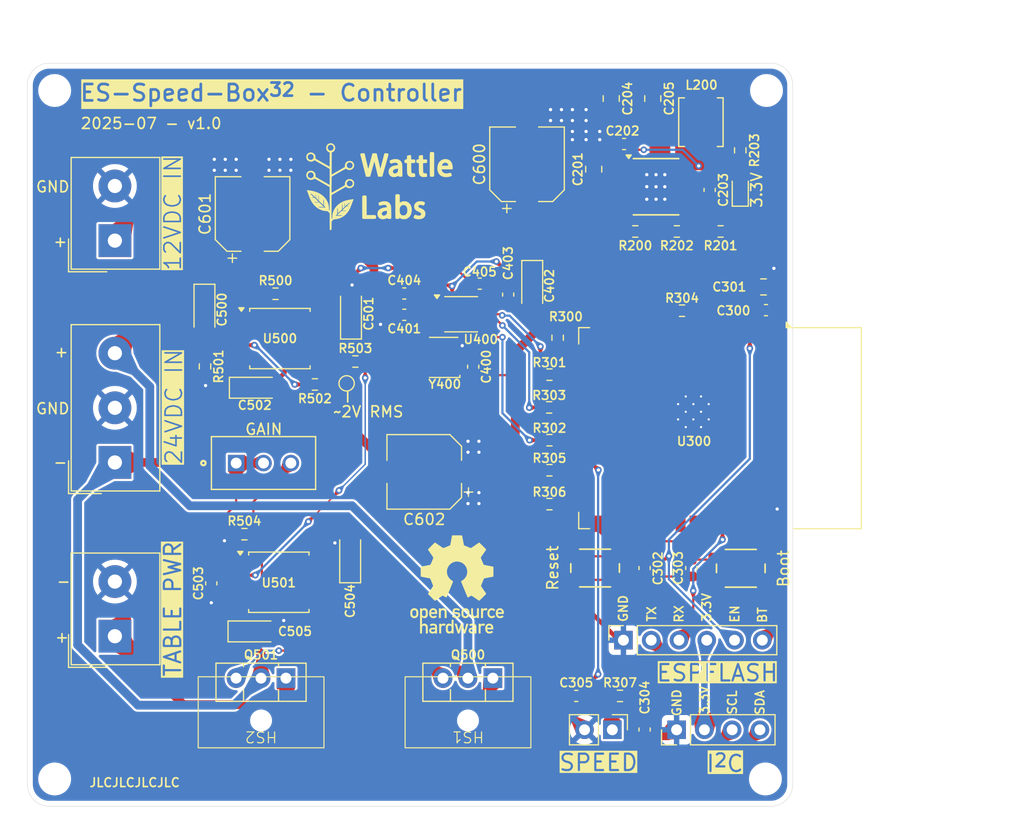
<source format=kicad_pcb>
(kicad_pcb (version 20241229) (generator "pcbnew") (generator_version "9.0")
  (title_block (company "Wattle Labs"))
  (layers (0 "F.Cu" signal "Front") (2 "B.Cu" signal "Back") (13 "F.Paste" user) (15 "B.Paste" user) (5 "F.SilkS" user "F.Silkscreen") (7 "B.SilkS" user "B.Silkscreen") (1 "F.Mask" user) (3 "B.Mask" user) (25 "Edge.Cuts" user))
  (property "DESIGNER" "Colin Williams")
  (property "PROJECT" "ES-Speed-Box^{32} - Controller")
  (property "STATUS" "PROTOTYPE")
  (net 0 "")
  (net 1 "+24VDC")
  (net 2 "GND")
  (net 3 "+12VDC")
  (net 4 "Net-(U200-BST)")
  (net 5 "Net-(U200-SW)")
  (net 6 "Net-(U200-SS)")
  (net 7 "+3.3VDC")
  (net 8 "/MCU - ESP32S3/ENABLE")
  (net 9 "/MCU - ESP32S3/BOOT")
  (net 10 "/MCU - ESP32S3/ESP_TXD")
  (net 11 "/MCU - ESP32S3/ESP_RXD")
  (net 12 "-24VDC")
  (net 13 "/IO - Power Connectors/POWER_AMP_OUT")
  (net 14 "AGND")
  (net 15 "Net-(Q500-B)")
  (net 16 "Net-(U200-RT{slash}CLK)")
  (net 17 "Net-(U200-FB)")
  (net 18 "/MCU - ESP32S3/I2C_SDA")
  (net 19 "/MCU - ESP32S3/I2C_SCL")
  (net 47 "Net-(U400-MCLK)")
  (net 48 "Net-(U400-VOUT)")
  (net 49 "/IO - AD9833 DDS/SPI_CLK")
  (net 50 "/IO - AD9833 DDS/SPI_MOSI")
  (net 51 "/IO - AD9833 DDS/SPI_CS")
  (net 52 "Net-(U400-COMP)")
  (net 53 "Net-(U400-CAP{slash}2.5V)")
  (net 54 "Net-(U500-OUT)")
  (net 55 "Net-(U500-IN+)")
  (net 58 "Net-(U500-IN-)")
  (net 63 "Net-(U501-IN+)")
  (net 64 "Net-(U501-IN-)")
  (net 65 "/IO - AD9833 DDS/DDS_OUT")
  (net 66 "Net-(D200-A)")
  (net 67 "/MCU - ESP32S3/SPEED")
  (net 69 "/MCU - ESP32S3/CS")
  (net 70 "/MCU - ESP32S3/MOSI")
  (net 71 "/MCU - ESP32S3/CLK")
  (footprint "MountingHole:MountingHole_2.5mm" (layer "F.Cu") (at 127.6 32.5)
    (property "Reference" "H2" (hide yes))
    (property "Value" "MountingHole" (hide yes))
  )
  (footprint "Capacitor_SMD:C_0603_1608Metric" (layer "F.Cu") (at 101.375002 50.175)
    (property "Reference" "C405")
    (property "Value" "10p")
  )
  (footprint "Capacitor_Tantalum_SMD:CP_EIA-3216-18_Kemet-A" (layer "F.Cu") (at 106.175002 50.375 -90)
    (property "Reference" "C402")
    (property "Value" "10u")
  )
  (footprint "Capacitor_SMD:C_0603_1608Metric" (layer "F.Cu") (at 114.575 37.4 180)
    (property "Reference" "C202")
    (property "Value" "100n")
  )
  (footprint "Capacitor_Tantalum_SMD:CP_EIA-3216-18_Kemet-A" (layer "F.Cu") (at 80.8 59.7)
    (property "Reference" "C502")
    (property "Value" "1u")
  )
  (footprint "Resistor_SMD:R_0603_1608Metric" (layer "F.Cu") (at 79.85 73.1 180)
    (property "Reference" "R504")
    (property "Value" "1k")
  )
  (footprint "Resistor_SMD:R_0603_1608Metric" (layer "F.Cu") (at 76.25 57.75 -90)
    (property "Reference" "R501")
    (property "Value" "1k")
  )
  (footprint "MountingHole:MountingHole_2.5mm" (layer "F.Cu") (at 62.5 32.5)
    (property "Reference" "H1" (hide yes))
    (property "Value" "MountingHole" (hide yes))
  )
  (footprint "Resistor_SMD:R_0603_1608Metric" (layer "F.Cu") (at 107.725 61.5 180)
    (property "Reference" "R303")
    (property "Value" "100")
  )
  (footprint "Resistor_SMD:R_0603_1608Metric" (layer "F.Cu") (at 123.4 45.4 180)
    (property "Reference" "R201")
    (property "Value" "69.8k")
  )
  (footprint "Capacitor_SMD:CP_Elec_6.3x7.7" (layer "F.Cu") (at 80.6 43.8 90)
    (property "Reference" "C601")
    (property "Value" "47u")
  )
  (footprint "Resistor_SMD:R_0603_1608Metric" (layer "F.Cu") (at 107.75 67.25)
    (property "Reference" "R305")
    (property "Value" "4k7")
  )
  (footprint "Resistor_SMD:R_0603_1608Metric" (layer "F.Cu") (at 82.7 51.1)
    (property "Reference" "R500")
    (property "Value" "1k")
  )
  (footprint "Wattle_Trimpots:PV36W103C01B00" (layer "F.Cu") (at 81.6 66.594293)
    (property "Reference" "RV500" (hide yes))
    (property "Value" "10k")
  )
  (footprint "Wattle_Heatsinks:V5629" (layer "F.Cu") (at 100.3 89.650001 180)
    (property "Reference" "HS1")
    (property "Value" "Heatsink")
  )
  (footprint "Resistor_SMD:R_0603_1608Metric" (layer "F.Cu") (at 90 57.3 180)
    (property "Reference" "R503")
    (property "Value" "0R")
  )
  (footprint "Package_TO_SOT_THT:TO-126-3_Vertical" (layer "F.Cu") (at 102.575 86.275002 180)
    (property "Reference" "Q500")
    (property "Value" "BD139")
  )
  (footprint "Wattle_Inductors:Bournes_SRP4020TA-4R7M" (layer "F.Cu") (at 121.6 35.4 90)
    (property "Reference" "L200")
    (property "Value" "4.7uH")
  )
  (footprint "Capacitor_SMD:C_0603_1608Metric" (layer "F.Cu") (at 116.45 76.2 -90)
    (property "Reference" "C302")
    (property "Value" "100n")
  )
  (footprint "Capacitor_SMD:C_0603_1608Metric" (layer "F.Cu") (at 120.725 76.2 -90)
    (property "Reference" "C303")
    (property "Value" "100n")
  )
  (footprint "Resistor_SMD:R_0603_1608Metric" (layer "F.Cu") (at 107.75 58.5 180)
    (property "Reference" "R301")
    (property "Value" "100")
  )
  (footprint "RF_Module:ESP32-S3-WROOM-1" (layer "F.Cu") (at 123.375 63.4 -90)
    (property "Reference" "U300")
    (property "Value" "ESP32-S3-WROOM-1")
  )
  (footprint "Resistor_SMD:R_0603_1608Metric" (layer "F.Cu") (at 115.6 45.4)
    (property "Reference" "R200")
    (property "Value" "200k")
  )
  (footprint "Wattle_Switches:PTS810" (layer "F.Cu") (at 125.25 76.225 180)
    (property "Reference" "SW301")
    (property "Value" "Boot")
  )
  (footprint "Capacitor_SMD:C_0603_1608Metric" (layer "F.Cu") (at 94.475001 51.075001)
    (property "Reference" "C404")
    (property "Value" "10n")
  )
  (footprint "Resistor_SMD:R_0603_1608Metric" (layer "F.Cu") (at 114.2 87.9)
    (property "Reference" "R307")
    (property "Value" "10k")
  )
  (footprint "MountingHole:MountingHole_2.5mm" (layer "F.Cu") (at 62.5 95.5)
    (property "Reference" "H3" (hide yes))
    (property "Value" "MountingHole" (hide yes))
  )
  (footprint "Capacitor_SMD:C_0603_1608Metric" (layer "F.Cu") (at 116.45 90.975 -90)
    (property "Reference" "C304")
    (property "Value" "100n")
  )
  (footprint "Capacitor_SMD:C_0805_2012Metric" (layer "F.Cu") (at 113.4 33.2375 -90)
    (property "Reference" "C204")
    (property "Value" "22u")
  )
  (footprint "Capacitor_Tantalum_SMD:CP_EIA-3216-18_Kemet-A" (layer "F.Cu") (at 89.525 75.225 90)
    (property "Reference" "C504")
    (property "Value" "1u")
  )
  (footprint "Capacitor_SMD:C_0603_1608Metric" (layer "F.Cu") (at 122.4 41.6 90)
    (property "Reference" "C203")
    (property "Value" "10n")
  )
  (footprint "Capacitor_SMD:C_0603_1608Metric" (layer "F.Cu") (at 127.55 52.6)
    (property "Reference" "C300")
    (property "Value" "100n")
  )
  (footprint "Package_SO:MSOP-10_3x3mm_P0.5mm" (layer "F.Cu") (at 99.675001 52.975)
    (property "Reference" "U400")
    (property "Value" "AD9833BRMZ")
  )
  (footprint "Capacitor_SMD:CP_Elec_6.3x7.7" (layer "F.Cu") (at 96.3 67.4 180)
    (property "Reference" "C602")
    (property "Value" "47u")
  )
  (footprint "Wattle_Regulators:AP64352QSP-13" (layer "F.Cu") (at 117.4975 41.305)
    (property "Reference" "U200" (hide yes))
    (property "Value" "AP64352Q")
  )
  (footprint "Resistor_SMD:R_0603_1608Metric" (layer "F.Cu") (at 107.75 70.35)
    (property "Reference" "R306")
    (property "Value" "4k7")
  )
  (footprint "Capacitor_SMD:C_0603_1608Metric" (layer "F.Cu") (at 94.475001 53.025 180)
    (property "Reference" "C401")
    (property "Value" "100n")
  )
  (footprint "Capacitor_SMD:CP_Elec_6.3x7.7" (layer "F.Cu") (at 105.7 39.25 90)
    (property "Reference" "C600")
    (property "Value" "47u")
  )
  (footprint "Wattle_Connectors:TerminalBlock_1x03_P5.00mm" (layer "F.Cu") (at 68.0075 66.5375 90)
    (property "Reference" "J601" (hide yes))
    (property "Value" "24VDC")
  )
  (footprint "Connector_PinHeader_2.54mm:PinHeader_1x02_P2.54mm_Vertical" (layer "F.Cu") (at 113.5 91 -90)
    (property "Reference" "J302")
    (property "Value" "Speed" (hide yes))
  )
  (footprint "Resistor_SMD:R_0603_1608Metric" (layer "F.Cu") (at 107.75 64.5 180)
    (property "Reference" "R302")
    (property "Value" "100")
  )
  (footprint "LED_SMD:LED_0603_1608Metric" (layer "F.Cu") (at 125.2 41.6 90)
    (property "Reference" "D200" (hide yes))
    (property "Value" "3.3V")
  )
  (footprint "Resistor_SMD:R_0603_1608Metric" (layer "F.Cu") (at 119.4 45.4 180)
    (property "Reference" "R202")
    (property "Value" "22.1k")
  )
  (footprint "Capacitor_SMD:C_0603_1608Metric" (layer "F.Cu") (at 76.825 77.6 -90)
    (property "Reference" "C503")
    (property "Value" "470n")
  )
  (footprint "Connector_PinSocket_2.54mm:PinSocket_1x06_P2.54mm_Vertical" (layer "F.Cu") (at 114.515 82.8 90)
    (property "Reference" "J300" (hide yes))
    (property "Value" "ESPFlash")
  )
  (footprint "Wattle_Switches:PTS810" (layer "F.Cu") (at 111.925 76.2 180)
    (property "Reference" "SW300")
    (property "Value" "Reset")
  )
  (footprint "Resistor_SMD:R_0603_1608Metric" (layer "F.Cu") (at 86.3 59.4 180)
    (property "Reference" "R502")
    (property "Value" "1k")
  )
  (footprint "Package_SO:SOIC-8_5.3x5.3mm_P1.27mm" (layer "F.Cu") (at 83 77.5)
    (property "Reference" "U501")
    (property "Value" "OPA604AU/2K5")
  )
  (footprint "Oscillator:Oscillator_SMD_EuroQuartz_XO32-4Pin_3.2x2.5mm" (layer "F.Cu") (at 98.074999 56.925 180)
    (property "Reference" "Y400")
    (property "Value" "24Mhz")
  )
  (footprint "Capacitor_SMD:C_0603_1608Metric" (layer "F.Cu") (at 103.975002 51.175 90)
    (property "Reference" "C403")
    (property "Value" "100n")
  )
  (footprint "Capacitor_Tantalum_SMD:CP_EIA-3216-18_Kemet-A" (layer "F.Cu") (at 80.675 82)
    (property "Reference" "C505")
    (property "Value" "1u")
  )
  (footprint "Capacitor_Tantalum_SMD:CP_EIA-3216-18_Kemet-A" (layer "F.Cu") (at 76.2 52.55 -90)
    (property "Reference" "C500")
    (property "Value" "10u")
  )
  (footprint "Wattle_Heatsinks:V5629" (layer "F.Cu") (at 81.377499 89.650001 180)
    (property "Reference" "HS2")
    (property "Value" "Heatsink")
  )
  (footprint "Wattle_Connectors:TerminalBlock_1x02_P5.00mm" (layer "F.Cu") (at 68.0075 82.437501 90)
    (property "Reference" "J602" (hide yes))
    (property "Value" "Turntable Power" (hide yes))
  )
  (footprint "LOGO" (layer "F.Cu") (at 92.2 41.3)
    (property "Reference" "G***" (hide yes))
    (property "Value" "LOGO" (hide yes))
  )
  (footprint "Capacitor_SMD:C_0603_1608Metric" (layer "F.Cu") (at 100.775001 57.775 90)
    (property "Reference" "C400")
    (property "Value" "100n")
  )
  (footprint "Resistor_SMD:R_0603_1608Metric" (layer "F.Cu") (at 125.2 37.975 -90)
    (property "Reference" "R203")
    (property "Value" "1k5")
  )
  (footprint "Capacitor_SMD:C_0805_2012Metric" (layer "F.Cu") (at 117.2 33.2375 -90)
    (property "Reference" "C205")
    (property "Value" "22u")
  )
  (footprint "NetTie:NetTie-2_SMD_Pad0.5mm" (layer "F.Cu") (at 99.675001 52.975)
    (property "Reference" "NT400" (hide yes))
    (property "Value" "NetTie_2" (hide yes))
  )
  (footprint "Connector_PinHeader_2.54mm:PinHeader_1x04_P2.54mm_Vertical" (layer "F.Cu") (at 119.38 91 90)
    (property "Reference" "J301")
    (property "Value" "I2C")
  )
  (footprint "LOGO" (layer "F.Cu") (at 99.3 77.7)
    (property "Reference" "G***" (hide yes))
    (property "Value" "LOGO" (hide yes))
  )
  (footprint "Package_TO_SOT_THT:TO-126-3_Vertical" (layer "F.Cu") (at 83.652499 86.275002 180)
    (property "Reference" "Q501")
    (property "Value" "BD140")
  )
  (footprint "Resistor_SMD:R_0603_1608Metric" (layer "F.Cu") (at 108.5 55.125 90)
    (property "Reference" "R300")
    (property "Value" "10k")
  )
  (footprint "Capacitor_SMD:C_0805_2012Metric" (layer "F.Cu") (at 127.325 50.475)
    (property "Reference" "C301")
    (property "Value" "22u")
  )
  (footprint "TestPoint:TestPoint_Pad_D1.0mm" (layer "F.Cu") (at 89.2 59.3 90)
    (property "Reference" "TP500" (hide yes))
    (property "Value" "~2V RMS")
  )
  (footprint "Capacitor_Tantalum_SMD:CP_EIA-3216-18_Kemet-A" (layer "F.Cu") (at 89.6 52.925 90)
    (property "Reference" "C501")
    (property "Value" "1u")
  )
  (footprint "Resistor_SMD:R_0603_1608Metric" (layer "F.Cu") (at 119.875 52.65 180)
    (property "Reference" "R304")
    (property "Value" "10k")
  )
  (footprint "MountingHole:MountingHole_2.5mm" (layer "F.Cu") (at 127.5 95.5)
    (property "Reference" "H4" (hide yes))
    (property "Value" "MountingHole" (hide yes))
  )
  (footprint "Wattle_Connectors:TerminalBlock_1x02_P5.00mm" (layer "F.Cu") (at 68.0075 46.2375 90)
    (property "Reference" "J600" (hide yes))
    (property "Value" "12VDC" (hide yes))
  )
  (footprint "Package_SO:SOIC-8_5.3x5.3mm_P1.27mm" (layer "F.Cu") (at 83.1 55.2)
    (property "Reference" "U500")
    (property "Value" "OPA604AU/2K5")
  )
  (footprint "Capacitor_SMD:C_0603_1608Metric" (layer "F.Cu") (at 110.2 87.9 180)
    (property "Reference" "C305")
    (property "Value" "100n")
  )
  (footprint "Capacitor_SMD:C_0805_2012Metric" (layer "F.Cu") (at 111.8 39.7 90)
    (property "Reference" "C201")
    (property "Value" "22u")
  )
  (gr_line (start 89.3 61) (end 89.3 60) (stroke (width 0.1524)) (layer "F.SilkS"))
  (gr_line (start 62 30) (end 128 30) (stroke (width 0.0381)) (layer "Edge.Cuts"))
  (gr_arc (start 62 98) (mid 60.585786 97.414214) (end 60 96) (stroke (width 0.0381)) (layer "Edge.Cuts"))
  (gr_line (start 130 32) (end 130 96) (stroke (width 0.0381)) (layer "Edge.Cuts"))
  (gr_arc (start 130 96) (mid 129.414214 97.414214) (end 128 98) (stroke (width 0.0381)) (layer "Edge.Cuts"))
  (gr_arc (start 60 32) (mid 60.585786 30.585786) (end 62 30) (stroke (width 0.0381)) (layer "Edge.Cuts"))
  (gr_line (start 60 96) (end 60 32) (stroke (width 0.0381)) (layer "Edge.Cuts"))
  (gr_line (start 128 98) (end 62 98) (stroke (width 0.0381)) (layer "Edge.Cuts"))
  (gr_arc (start 128 30) (mid 129.414214 30.585786) (end 130 32) (stroke (width 0.0381)) (layer "Edge.Cuts"))
  (gr_text "+" (at 62.4 57 0) (layer "F.SilkS") (effects (font (size 1 1)) (justify left bottom)))
  (gr_text "GND" (at 114.5 79.9 90) (layer "F.SilkS") (effects (font (size 0.8 0.8))))
  (gr_text "+" (at 62.3 46.9 0) (layer "F.SilkS") (effects (font (size 1 1)) (justify left bottom)))
  (gr_text "GND" (at 60.7 62.2 0) (layer "F.SilkS") (effects (font (size 1 1)) (justify left bottom)))
  (gr_text "EN" (at 124.7 80.4 90) (layer "F.SilkS") (effects (font (size 0.8 0.8))))
  (gr_text "BT" (at 127.225 80.5 90) (layer "F.SilkS") (effects (font (size 0.8 0.8))))
  (gr_text "RX" (at 119.6 80.4 90) (layer "F.SilkS") (effects (font (size 0.8 0.8))))
  (gr_text "JLCJLCJLCJLC" (at 65.6 96.3 0) (layer "F.SilkS") (effects (font (size 0.8 0.8)) (justify left bottom)))
  (gr_text "GND" (at 119.4 88.525 90) (layer "F.SilkS") (effects (font (size 0.8 0.8))))
  (gr_text "TX" (at 117.1 80.4 90) (layer "F.SilkS") (effects (font (size 0.8 0.8))))
  (gr_text "SDA" (at 127 88.5 90) (layer "F.SilkS") (effects (font (size 0.8 0.8))))
  (gr_text "GND" (at 60.7 41.9 0) (layer "F.SilkS") (effects (font (size 1 1)) (justify left bottom)))
  (gr_text "3.3V" (at 121.925 88.3 90) (layer "F.SilkS") (effects (font (size 0.8 0.8))))
  (gr_text "3.3V" (at 122.125 79.8 90) (layer "F.SilkS") (effects (font (size 0.8 0.8))))
  (gr_text "ES-Speed-Box^{32} - Controller" (at 64.7 33.6 0) (layer "F.SilkS" knockout) (effects (font (size 1.5 1.5) (thickness 0.25) (bold yes)) (justify left bottom)))
  (gr_text "-" (at 62.6 78 0) (layer "F.SilkS") (effects (font (size 1 1)) (justify left bottom)))
  (gr_text "+" (at 62.45 83.1 0) (layer "F.SilkS") (effects (font (size 1 1)) (justify left bottom)))
  (gr_text "-" (at 62.3 67.1 0) (layer "F.SilkS") (effects (font (size 1 1)) (justify left bottom)))
  (gr_text "2025-07 - v1.0" (at 64.8 36.1 0) (layer "F.SilkS") (effects (font (size 1 1)) (justify left bottom)))
  (gr_text "SCL" (at 124.475 88.5 90) (layer "F.SilkS") (effects (font (size 0.8 0.8))))
  (segment (start 86.5875 76.865) (end 88.8875 76.865) (width 0.6) (layer "F.Cu") (net 1))
  (segment (start 89.525 76.5775) (end 90.5975 76.5775) (width 0.2) (layer "F.Cu") (net 1))
  (segment (start 91.7 52.1775) (end 91.7 48.675793) (width 0.8) (layer "F.Cu") (net 1))
  (segment (start 90.873207 47.849) (end 76.351 47.849) (width 0.8) (layer "F.Cu") (net 1))
  (segment (start 88.8875 76.865) (end 89.5 76.2525) (width 0.6) (layer "F.Cu") (net 1))
  (segment (start 68 56.2) (end 68 57.284576) (width 0.8) (layer "F.Cu") (net 1))
  (segment (start 100.295001 86.275001) (end 100.295001 86.275002) (width 0.2) (layer "F.Cu") (net 1))
  (segment (start 91.7 48.675793) (end 90.873207 47.849) (width 0.8) (layer "F.Cu") (net 1))
  (segment (start 76.351 47.849) (end 68 56.2) (width 0.8) (layer "F.Cu") (net 1))
  (segment (start 89.3125 54.565) (end 89.6 54.2775) (width 0.4) (layer "F.Cu") (net 1))
  (segment (start 86.6875 54.565) (end 89.3125 54.565) (width 0.6) (layer "F.Cu") (net 1))
  (segment (start 89.6 54.2775) (end 91.7 52.1775) (width 0.8) (layer "F.Cu") (net 1))
  (segment (start 90.5975 76.5775) (end 100.295001 86.275001) (width 0.2) (layer "F.Cu") (net 1))
  (segment (start 71.2 59.6) (end 71.2 66.85) (width 0.8) (layer "B.Cu") (net 1))
  (segment (start 68.1375 56.5375) (end 71.2 59.6) (width 0.8) (layer "B.Cu") (net 1))
  (segment (start 68 56.5375) (end 68.1375 56.5375) (width 0.8) (layer "B.Cu") (net 1))
  (segment (start 100.295001 81.095001) (end 100.295001 86.275002) (width 0.8) (layer "B.Cu") (net 1))
  (segment (start 89.7 70.5) (end 100.295001 81.095001) (width 0.8) (layer "B.Cu") (net 1))
  (segment (start 71.2 66.85) (end 74.85 70.5) (width 0.8) (layer "B.Cu") (net 1))
  (segment (start 74.85 70.5) (end 89.7 70.5) (width 0.8) (layer "B.Cu") (net 1))
  (segment (start 82.0275 82) (end 82.35 82) (width 0.127) (layer "F.Cu") (net 2))
  (segment (start 89.7 50.5) (end 89.6 50.6) (width 0.4) (layer "F.Cu") (net 2))
  (segment (start 125.2 42.587501) (end 124.162501 42.587501) (width 0.2) (layer "F.Cu") (net 2))
  (segment (start 128.275 52.55) (end 128.325 52.6) (width 0.6) (layer "F.Cu") (net 2))
  (segment (start 89.1275 51.1) (end 89.6 51.5725) (width 0.4) (layer "F.Cu") (net 2))
  (segment (start 79.025 73.1) (end 78.625 73.1) (width 0.4) (layer "F.Cu") (net 2))
  (segment (start 98.85 55.85) (end 98.850001 53.300003) (width 0.2) (layer "F.Cu") (net 2))
  (segment (start 128.635 54.65) (end 128.635 52.91) (width 0.8) (layer "F.Cu") (net 2))
  (segment (start 128.635 70.86) (end 128.635 72.15) (width 0.4) (layer "F.Cu") (net 2))
  (segment (start 114.4856 76.975) (end 114.185601 77.274999) (width 0.2) (layer "F.Cu") (net 2))
  (segment (start 89.175 73.8725) (end 89.5 73.5475) (width 0.4) (layer "F.Cu") (net 2))
  (segment (start 100.775 57) (end 100.775001 56.85) (width 0.2) (layer "F.Cu") (net 2))
  (segment (start 128.275 50.475) (end 128.275 52.55) (width 0.8) (layer "F.Cu") (net 2))
  (segment (start 89.7 50.3) (end 89.7 50.5) (width 0.4) (layer "F.Cu") (net 2))
  (segment (start 121.2 76.975) (end 121.499999 77.274999) (width 0.4) (layer "F.Cu") (net 2))
  (segment (start 83.525 58.3275) (end 83.525 51.1) (width 0.4) (layer "F.Cu") (net 2))
  (segment (start 128.035601 77.274999) (end 123.514399 77.274999) (width 0.2) (layer "F.Cu") (net 2))
  (segment (start 98.675004 53.475) (end 97.562501 53.475) (width 0.2) (layer "F.Cu") (net 2))
  (segment (start 122.964399 77.274999) (end 122.989399 77.299999) (width 0.2) (layer "F.Cu") (net 2))
  (segment (start 124.162501 42.587501) (end 122.4 40.825) (width 0.2) (layer "F.Cu") (net 2))
  (segment (start 83.35 81) (end 83.45 81) (width 0.4) (layer "F.Cu") (net 2))
  (segment (start 78.625 73.1) (end 78.025 73.7) (width 0.4) (layer "F.Cu") (net 2))
  (segment (start 82.1525 59.7) (end 83.525 58.3275) (width 0.4) (layer "F.Cu") (net 2))
  (segment (start 114.185601 77.274999) (end 109.664399 77.274999) (width 0.2) (layer "F.Cu") (net 2))
  (segment (start 99.175003 52.975) (end 98.675004 53.475) (width 0.2) (layer "F.Cu") (net 2))
  (segment (start 88.4225 73.8725) (end 89.175 73.8725) (width 0.4) (layer "F.Cu") (net 2))
  (segment (start 121.224999 77.274999) (end 120.925 76.975) (width 0.2) (layer "F.Cu") (net 2))
  (segment (start 99.775002 55.85) (end 98.85 55.85) (width 0.2) (layer "F.Cu") (net 2))
  (segment (start 88.395 73.9) (end 88.4225 73.8725) (width 0.4) (layer "F.Cu") (net 2))
  (segment (start 76.825 78.375) (end 76.825 79.375) (width 0.4) (layer "F.Cu") (net 2))
  (segment (start 93.700001 53.025) (end 93.175 53.025) (width 0.2) (layer "F.Cu") (net 2))
  (segment (start 120.725 76.975) (end 121.2 76.975) (width 0.2) (layer "F.Cu") (net 2))
  (segment (start 109.664399 78.374399) (end 109.664399 77.274999) (width 0.4) (layer "F.Cu") (net 2))
  (segment (start 116.45 91.75) (end 118.63 91.75) (width 0.4) (layer "F.Cu") (net 2))
  (segment (start 118.63 91.75) (end 119.38 91) (width 0.4) (layer "F.Cu") (net 2))
  (segment (start 128.275 50.475) (end 128.275 48.775) (width 0.8) (layer "F.Cu") (net 2))
  (segment (start 93.175 53.025) (end 92.3 53.9) (width 0.2) (layer "F.Cu") (net 2))
  (segment (start 116.45 76.975) (end 114.4856 76.975) (width 0.2) (layer "F.Cu") (net 2))
  (segment (start 128.575 70.8) (end 128.635 70.86) (width 0.4) (layer "F.Cu") (net 2))
  (segment (start 76.25 58.575) (end 76.25 59.45) (width 0.4) (layer "F.Cu") (net 2))
  (segment (start 128.635 52.91) (end 128.325 52.6) (width 0.8) (layer "F.Cu") (net 2))
  (segment (start 83.525 51.1) (end 89.1275 51.1) (width 0.4) (layer "F.Cu") (net 2))
  (segment (start 120.725 76.975) (end 116.45 76.975) (width 0.2) (layer "F.Cu") (net 2))
  (segment (start 114.515 83.225) (end 109.664399 78.374399) (width 0.4) (layer "F.Cu") (net 2))
  (segment (start 120.925 76.975) (end 120.725 76.975) (width 0.2) (layer "F.Cu") (net 2))
  (segment (start 82.35 82) (end 83.35 81) (width 0.4) (layer "F.Cu") (net 2))
  (segment (start 89.6 50.6) (end 89.6 51.5725) (width 0.4) (layer "F.Cu") (net 2))
  (segment (start 76.25 59.45) (end 76.3 59.5) (width 0.4) (layer "F.Cu") (net 2))
  (segment (start 100.775001 56.85) (end 99.775002 55.85) (width 0.2) (layer "F.Cu") (net 2))
  (segment (start 121.499999 77.274999) (end 122.964399 77.274999) (width 0.2) (layer "F.Cu") (net 2))
  (segment (start 109.425 89.465) (end 110.96 91) (width 0.4) (layer "F.Cu") (net 2))
  (segment (start 88.125 73.9) (end 88.395 73.9) (width 0.4) (layer "F.Cu") (net 2))
  (segment (start 98.850001 53.300003) (end 99.175003 52.975) (width 0.2) (layer "F.Cu") (net 2))
  (segment (start 109.425 87.9) (end 109.425 89.465) (width 0.4) (layer "F.Cu") (net 2))
  (via (at 100.3 65.6) (size 0.6) (drill 0.3) (layers "F.Cu" "B.Cu") (net 2))
  (via (at 77.1 38.8) (size 0.6) (drill 0.3) (layers "F.Cu" "B.Cu") (net 2))
  (via (at 84.1 39.8) (size 0.6) (drill 0.3) (layers "F.Cu" "B.Cu") (net 2))
  (via (at 117.4975 40.2) (size 0.6) (drill 0.3) (layers "F.Cu" "B.Cu") (net 2))
  (via (at 128.275 48.775) (size 0.6) (drill 0.3) (layers "F.Cu" "B.Cu") (net 2))
  (via (at 82.1 38.8) (size 0.6) (drill 0.3) (layers "F.Cu" "B.Cu") (net 2))
  (via (at 118.3 42.45) (size 0.6) (drill 0.3) (layers "F.Cu" "B.Cu") (net 2))
  (via (at 111.1 35.25) (size 0.6) (drill 0.3) (layers "F.Cu" "B.Cu") (net 2))
  (via (at 109.85 36.25) (size 0.6) (drill 0.3) (layers "F.Cu" "B.Cu") (net 2))
  (via (at 101.3 64.6) (size 0.6) (drill 0.3) (layers "F.Cu" "B.Cu") (net 2))
  (via (at 78.1 38.8) (size 0.6) (drill 0.3) (layers "F.Cu" "B.Cu") (net 2))
  (via (at 83.1 39.8) (size 0.6) (drill 0.3) (layers "F.Cu" "B.Cu") (net 2))
  (via (at 88.125 73.9) (size 0.6) (drill 0.3) (layers "F.Cu" "B.Cu") (net 2))
  (via (at 111.1 34.25) (size 0.6) (drill 0.3) (layers "F.Cu" "B.Cu") (net 2))
  (via (at 108.85 34.25) (size 0.6) (drill 0.3) (layers "F.Cu" "B.Cu") (net 2))
  (via (at 89.7 50.3) (size 0.6) (drill 0.3) (layers "F.Cu" "B.Cu") (net 2))
  (via (at 128.575 70.8) (size 0.6) (drill 0.3) (layers "F.Cu" "B.Cu") (net 2))
  (via (at 83.1 38.8) (size 0.6) (drill 0.3) (layers "F.Cu" "B.Cu") (net 2))
  (via (at 109.85 35.25) (size 0.6) (drill 0.3) (layers "F.Cu" "B.Cu") (net 2))
  (via (at 99.775002 55.85) (size 0.6) (drill 0.3) (layers "F.Cu" "B.Cu") (net 2))
  (via (at 78.1 39.8) (size 0.6) (drill 0.3) (layers "F.Cu" "B.Cu") (net 2))
  (via (at 117.4975 41.305) (size 0.6) (drill 0.3) (layers "F.Cu" "B.Cu") (net 2))
  (via (at 77.1 39.8) (size 0.6) (drill 0.3) (layers "F.Cu" "B.Cu") (net 2))
  (via (at 116.65 42.45) (size 0.6) (drill 0.3) (layers "F.Cu" "B.Cu") (net 2))
  (via (at 79.1 39.8) (size 0.6) (drill 0.3) (layers "F.Cu" "B.Cu") (net 2))
  (via (at 109.85 37) (size 0.6) (drill 0.3) (layers "F.Cu" "B.Cu") (net 2))
  (via (at 116.65 40.2) (size 0.6) (drill 0.3) (layers "F.Cu" "B.Cu") (net 2))
  (via (at 78.025 73.7) (size 0.6) (drill 0.3) (layers "F.Cu" "B.Cu") (net 2))
  (via (at 111.1 37) (size 0.6) (drill 0.3) (layers "F.Cu" "B.Cu") (net 2))
  (via (at 107.85 34.25) (size 0.6) (drill 0.3) (layers "F.Cu" "B.Cu") (net 2))
  (via (at 76.3 59.5) (size 0.6) (drill 0.3) (layers "F.Cu" "B.Cu") (net 2))
  (via (at 112.35 36.25) (size 0.6) (drill 0.3) (layers "F.Cu" "B.Cu") (net 2))
  (via (at 118.3 40.2) (size 0.6) (drill 0.3) (layers "F.Cu" "B.Cu") (net 2))
  (via (at 79.1 38.8) (size 0.6) (drill 0.3) (layers "F.Cu" "B.Cu") (net 2))
  (via (at 100.3 70.3) (size 0.6) (drill 0.3) (layers "F.Cu" "B.Cu") (net 2))
  (via (at 101.3 69.3) (size 0.6) (drill 0.3) (layers "F.Cu" "B.Cu") (net 2))
  (via (at 101.3 70.3) (size 0.6) (drill 0.3) (layers "F.Cu" "B.Cu") (net 2))
  (via (at 76.825 79.375) (size 0.6) (drill 0.3) (layers "F.Cu" "B.Cu") (net 2))
  (via (at 112.35 37) (size 0.6) (drill 0.3) (layers "F.Cu" "B.Cu") (net 2))
  (via (at 118.3 41.305) (size 0.6) (drill 0.3) (layers "F.Cu" "B.Cu") (net 2))
  (via (at 109.85 34.25) (size 0.6) (drill 0.3) (layers "F.Cu" "B.Cu") (net 2))
  (via (at 83.45 81) (size 0.6) (drill 0.3) (layers "F.Cu" "B.Cu") (net 2))
  (via (at 100.3 64.6) (size 0.6) (drill 0.3) (layers "F.Cu" "B.Cu") (net 2))
  (via (at 100.3 69.3) (size 0.6) (drill 0.3) (layers "F.Cu" "B.Cu") (net 2))
  (via (at 101.3 65.6) (size 0.6) (drill 0.3) (layers "F.Cu" "B.Cu") (net 2))
  (via (at 108.85 35.25) (size 0.6) (drill 0.3) (layers "F.Cu" "B.Cu") (net 2))
  (via (at 111.1 36.25) (size 0.6) (drill 0.3) (layers "F.Cu" "B.Cu") (net 2))
  (via (at 117.5 42.45) (size 0.6) (drill 0.3) (layers "F.Cu" "B.Cu") (net 2))
  (via (at 107.85 35.25) (size 0.6) (drill 0.3) (layers "F.Cu" "B.Cu") (net 2))
  (via (at 82.1 39.8) (size 0.6) (drill 0.3) (layers "F.Cu" "B.Cu") (net 2))
  (via (at 92.3 53.9) (size 0.6) (drill 0.3) (layers "F.Cu" "B.Cu") (net 2))
  (via (at 84.1 38.8) (size 0.6) (drill 0.3) (layers "F.Cu" "B.Cu") (net 2))
  (via (at 116.65 41.3) (size 0.6) (drill 0.3) (layers "F.Cu" "B.Cu") (net 2))
  (segment (start 78.2 35.3) (end 97 35.3) (width 0.8) (layer "F.Cu") (net 3))
  (segment (start 97 35.3) (end 103.65 41.95) (width 0.8) (layer "F.Cu") (net 3))
  (segment (start 103.65 41.95) (end 105.7 41.95) (width 0.8) (layer "F.Cu") (net 3))
  (segment (start 111.8 40.65) (end 107 40.65) (width 0.8) (layer "F.Cu") (net 3))
  (segment (start 68.0075 46.2375) (end 68.0075 45.4925) (width 0.8) (layer "F.Cu") (net 3))
  (segment (start 68 46.3) (end 68 46.1) (width 0.8) (layer "F.Cu") (net 3))
  (segment (start 107 40.65) (end 105.7 41.95) (width 0.8) (layer "F.Cu") (net 3))
  (segment (start 68.0075 45.4925) (end 78.2 35.3) (width 0.8) (layer "F.Cu") (net 3))
  (segment (start 111.8925 40.67) (end 115 40.67) (width 0.8) (layer "F.Cu") (net 3))
  (segment (start 115 38.9) (end 113.937499 37.837499) (width 0.2) (layer "F.Cu") (net 4))
  (segment (start 115 39.4) (end 115 38.9) (width 0.2) (layer "F.Cu") (net 4))
  (segment (start 113.937499 37.837499) (end 113.937499 37.4) (width 0.2) (layer "F.Cu") (net 4))
  (segment (start 116.375 37.925) (end 115.875 37.925) (width 0.2) (layer "F.Cu") (net 5))
  (segment (start 121.4 39.4) (end 119.995 39.4) (width 0.2) (layer "F.Cu") (net 5))
  (segment (start 115.875 37.925) (end 115.35 37.4) (width 0.2) (layer "F.Cu") (net 5))
  (via (at 116.375 37.925) (size 0.6) (drill 0.3) (layers "F.Cu" "B.Cu") (net 5))
  (via (at 121.4 39.4) (size 0.6) (drill 0.3) (layers "F.Cu" "B.Cu") (net 5))
  (segment (start 119.925 37.925) (end 121.4 39.4) (width 0.2) (layer "B.Cu") (net 5))
  (segment (start 119.925 37.925) (end 116.375 37.925) (width 0.2) (layer "B.Cu") (net 5))
  (segment (start 121.877499 41.94) (end 122.4 42.462501) (width 0.2) (layer "F.Cu") (net 6))
  (segment (start 119.995 41.94) (end 121.877499 41.94) (width 0.2) (layer "F.Cu") (net 6))
  (segment (start 104.625 90.7) (end 108.227 94.302) (width 0.8) (layer "F.Cu") (net 7))
  (segment (start 112.3 48.75) (end 107.6125 53.4375) (width 0.8) (layer "F.Cu") (net 7))
  (segment (start 104.612501 49.762501) (end 103.975002 50.4) (width 0.6) (layer "F.Cu") (net 7))
  (segment (start 126.3 48.75) (end 119.025 48.75) (width 0.8) (layer "F.Cu") (net 7))
  (segment (start 127.426 93.599) (end 128.8 92.225) (width 0.8) (layer "F.Cu") (net 7))
  (segment (start 100.775001 58.55) (end 104.525 58.55) (width 0.2) (layer "F.Cu") (net 7))
  (segment (start 94.476001 50.299001) (end 98.749001 50.299001) (width 0.2) (layer "F.Cu") (net 7))
  (segment (start 126.3 50.4) (end 126.375 50.475) (width 0.4) (layer "F.Cu") (net 7))
  (segment (start 100.775001 58.55) (end 99.4 58.55) (width 0.2) (layer "F.Cu") (net 7))
  (segment (start 106.175002 49.0225) (end 105.352502 49.0225) (width 0.6) (layer "F.Cu") (net 7))
  (segment (start 124.349999 33.549999) (end 128.3 37.5) (width 0.8) (layer "F.Cu") (net 7))
  (segment (start 119.025 48.75) (end 112.3 48.75) (width 0.8) (layer "F.Cu") (net 7))
  (segment (start 126.375 50.475) (end 126.375 52.2) (width 0.8) (layer "F.Cu") (net 7))
  (segment (start 97.3 58) (end 98.850001 58) (width 0.2) (layer "F.Cu") (net 7))
  (segment (start 106.925 70.35) (end 106.925 67.25) (width 0.2) (layer "F.Cu") (net 7))
  (segment (start 93.700001 51.075001) (end 94.476001 50.299001) (width 0.2) (layer "F.Cu") (net 7))
  (segment (start 126.375 52.2) (end 126.775 52.6) (width 0.8) (layer "F.Cu") (net 7))
  (segment (start 120.15 88.6) (end 121.92 90.37) (width 0.6) (layer "F.Cu") (net 7))
  (segment (start 127.1 53.4) (end 127.1 52.925) (width 0.8) (layer "F.Cu") (net 7))
  (segment (start 128.8 90.025) (end 127.375 88.6) (width 0.8) (layer "F.Cu") (net 7))
  (segment (start 106.175002 49.0225) (end 112.0275 49.0225) (width 0.6) (layer "F.Cu") (net 7))
  (segment (start 112.0275 49.0225) (end 112.3 48.75) (width 0.6) (layer "F.Cu") (net 7))
  (segment (start 99.4 58.55) (end 98.850001 58) (width 0.2) (layer "F.Cu") (net 7))
  (segment (start 107.6125 53.4375) (end 107.075 53.975) (width 0.8) (layer "F.Cu") (net 7))
  (segment (start 127.7 45.4) (end 128.3 46) (width 0.2) (layer "F.Cu") (net 7))
  (segment (start 126.3 48.75) (end 126.3 50.4) (width 0.8) (layer "F.Cu") (net 7))
  (segment (start 121.92 90.37) (end 121.92 91) (width 0.6) (layer "F.Cu") (net 7))
  (segment (start 126.00958 94.302) (end 126.71258 93.599) (width 0.8) (layer "F.Cu") (net 7))
  (segment (start 127.375 88.6) (end 123.825 88.6) (width 0.8) (layer "F.Cu") (net 7))
  (segment (start 104.625 56.425) (end 104.625 58.65) (width 0.8) (layer "F.Cu") (net 7))
  (segment (start 106.925 67.25) (end 104.725 67.25) (width 0.2) (layer "F.Cu") (net 7))
  (segment (start 104.525 58.55) (end 104.625 58.65) (width 0.2) (layer "F.Cu") (net 7))
  (segment (start 107.075 53.975) (end 104.625 56.425) (width 0.8) (layer "F.Cu") (net 7))
  (segment (start 119.05 52.65) (end 119.05 48.775) (width 0.2) (layer "F.Cu") (net 7))
  (segment (start 127.365 53.665) (end 127.1 53.4) (width 0.8) (layer "F.Cu") (net 7))
  (segment (start 98.426848 52.475001) (end 98.85 52.051849) (width 0.2) (layer "F.Cu") (net 7))
  (segment (start 127.1 52.925) (end 126.775 52.6) (width 0.8) (layer "F.Cu") (net 7))
  (segment (start 124.225 45.4) (end 127.7 45.4) (width 0.2) (layer "F.Cu") (net 7))
  (segment (start 127.95 37.15) (end 128.3 37.5) (width 0.4) (layer "F.Cu") (net 7))
  (segment (start 127.365 54.65) (end 127.365 53.665) (width 0.8) (layer "F.Cu") (net 7))
  (segment (start 105.352502 49.0225) (end 104.612501 49.762501) (width 0.6) (layer "F.Cu") (net 7))
  (segment (start 125.2 37.15) (end 127.95 37.15) (width 0.4) (layer "F.Cu") (net 7))
  (segment (start 121.6 33.549999) (end 124.349999 33.549999) (width 0.8) (layer "F.Cu") (net 7))
  (segment (start 102.9 48.15) (end 104.512501 49.762501) (width 0.2) (layer "F.Cu") (net 7))
  (segment (start 104.625 67.35) (end 104.625 90.7) (width 0.8) (layer "F.Cu") (net 7))
  (segment (start 103.975001 50.399999) (end 103.975001 50.4) (width 0.4) (layer "F.Cu") (net 7))
  (segment (start 104.512501 49.762501) (end 104.612501 49.762501) (width 0.2) (layer "F.Cu") (net 7))
  (segment (start 119.05 48.775) (end 119.025 48.75) (width 0.2) (layer "F.Cu") (net 7))
  (segment (start 104.625 58.65) (end 104.625 67.35) (width 0.8) (layer "F.Cu") (net 7))
  (segment (start 104.725 67.25) (end 104.625 67.35) (width 0.2) (layer "F.Cu") (net 7))
  (segment (start 118.05 88.6) (end 120.15 88.6) (width 0.6) (layer "F.Cu") (net 7))
  (segment (start 107.6375 53.4375) (end 107.6125 53.4375) (width 0.2) (layer "F.Cu") (net 7))
  (segment (start 108.227 94.302) (end 126.00958 94.302) (width 0.8) (layer "F.Cu") (net 7))
  (segment (start 121.92 90.505) (end 121.92 91) (width 0.8) (layer "F.Cu") (net 7))
  (segment (start 116.45 90.2) (end 118.05 88.6) (width 0.6) (layer "F.Cu") (net 7))
  (segment (start 128.3 46) (end 128.3 37.5) (width 0.8) (layer "F.Cu") (net 7))
  (segment (start 128.8 92.225) (end 128.8 90.025) (width 0.8) (layer "F.Cu") (net 7))
  (segment (start 126.3 48) (end 126.3 48.75) (width 0.8) (layer "F.Cu") (net 7))
  (segment (start 126.71258 93.599) (end 127.426 93.599) (width 0.8) (layer "F.Cu") (net 7))
  (segment (start 126.3 48) (end 128.3 46) (width 0.8) (layer "F.Cu") (net 7))
  (segment (start 108.5 54.3) (end 107.6375 53.4375) (width 0.2) (layer "F.Cu") (net 7))
  (segment (start 116.45 90.2) (end 116.45 89.325) (width 0.2) (layer "F.Cu") (net 7))
  (segment (start 116.45 89.325) (end 115.025 87.9) (width 0.2) (layer "F.Cu") (net 7))
  (segment (start 98.85 52.051849) (end 98.85 50.4) (width 0.2) (layer "F.Cu") (net 7))
  (segment (start 97.562501 52.475001) (end 98.426848 52.475001) (width 0.2) (layer "F.Cu") (net 7))
  (segment (start 98.749001 50.299001) (end 98.85 50.4) (width 0.2) (layer "F.Cu") (net 7))
  (segment (start 123.825 88.6) (end 121.92 90.505) (width 0.8) (layer "F.Cu") (net 7))
  (via (at 102.9 48.15) (size 0.6) (drill 0.3) (layers "F.Cu" "B.Cu") (net 7))
  (via (at 98.85 50.4) (size 0.6) (drill 0.3) (layers "F.Cu" "B.Cu") (net 7))
  (segment (start 121.92 83.015) (end 122.135 82.8) (width 0.6) (layer "B.Cu") (net 7))
  (segment (start 101.1 48.15) (end 102.9 48.15) (width 0.2) (layer "B.Cu") (net 7))
  (segment (start 122.135 82.8) (end 122.135 83.225) (width 0.6) (layer "B.Cu") (net 7))
  (segment (start 98.85 50.4) (end 101.1 48.15) (width 0.2) (layer "B.Cu") (net 7))
  (segment (start 121.92 91) (end 121.92 83.015) (width 0.6) (layer "B.Cu") (net 7))
  (segment (start 116.45 75.425) (end 116.275 75.425) (width 0.2) (layer "F.Cu") (net 8))
  (segment (start 115.975001 75.125001) (end 114.185601 75.125001) (width 0.2) (layer "F.Cu") (net 8))
  (segment (start 118.575 75.1) (end 118.549999 75.125001) (width 0.2) (layer "F.Cu") (net 8))
  (segment (start 116.275 75.425) (end 115.975001 75.125001) (width 0.2) (layer "F.Cu") (net 8))
  (segment (start 114.185601 75.125001) (end 109.664399 75.125001) (width 0.2) (layer "F.Cu") (net 8))
  (segment (start 126.095 54.65) (end 126.095 54.118) (width 0.2) (layer "F.Cu") (net 8))
  (segment (start 118.35 75.425) (end 116.45 75.425) (width 0.2) (layer "F.Cu") (net 8))
  (segment (start 126.075 56.1) (end 126.075 54.67) (width 0.2) (layer "F.Cu") (net 8))
  (segment (start 118.675 75.1) (end 118.35 75.425) (width 0.2) (layer "F.Cu") (net 8))
  (segment (start 118.675 75.1) (end 118.575 75.1) (width 0.2) (layer "F.Cu") (net 8))
  (segment (start 124.627 52.65) (end 120.7875 52.65) (width 0.2) (layer "F.Cu") (net 8))
  (segment (start 126.095 54.118) (end 124.627 52.65) (width 0.2) (layer "F.Cu") (net 8))
  (segment (start 126.075 54.67) (end 126.095 54.65) (width 0.2) (layer "F.Cu") (net 8))
  (via (at 126.075 56.1) (size 0.6) (drill 0.3) (layers "F.Cu" "B.Cu") (net 8))
  (via (at 118.675 75.1) (size 0.6) (drill 0.3) (layers "F.Cu" "B.Cu") (net 8))
  (segment (start 118.675 73.6) (end 126.075 66.2) (width 0.2) (layer "B.Cu") (net 8))
  (segment (start 118.675 75.1) (end 118.675 73.6) (width 0.2) (layer "B.Cu") (net 8))
  (segment (start 118.675 77.225) (end 124.675 83.225) (width 0.2) (layer "B.Cu") (net 8))
  (segment (start 126.075 66.2) (end 126.075 56.1) (width 0.2) (layer "B.Cu") (net 8))
  (segment (start 118.675 75.1) (end 118.675 77.225) (width 0.2) (layer "B.Cu") (net 8))
  (segment (start 127.215 82.8) (end 128.885101 81.129899) (width 0.2) (layer "F.Cu") (net 9))
  (segment (start 122.7144 75.425) (end 122.989399 75.150001) (width 0.2) (layer "F.Cu") (net 9))
  (segment (start 113.193 73.75) (end 119.25 73.75) (width 0.2) (layer "F.Cu") (net 9))
  (segment (start 127.910601 75.150001) (end 127.510601 75.150001) (width 0.2) (layer "F.Cu") (net 9))
  (segment (start 120.725 75.225) (end 120.725 75.425) (width 0.2) (layer "F.Cu") (net 9))
  (segment (start 128.885101 81.129899) (end 128.885101 76.124501) (width 0.2) (layer "F.Cu") (net 9))
  (segment (start 120.725 75.425) (end 122.7144 75.425) (width 0.2) (layer "F.Cu") (net 9))
  (segment (start 127.215 83.225) (end 127.215 82.8) (width 0.2) (layer "F.Cu") (net 9))
  (segment (start 127.510601 75.150001) (end 122.989399 75.150001) (width 0.2) (layer "F.Cu") (net 9))
  (segment (start 112.125 72.682) (end 113.193 73.75) (width 0.2) (layer "F.Cu") (net 9))
  (segment (start 128.885101 76.124501) (end 127.910601 75.150001) (width 0.2) (layer "F.Cu") (net 9))
  (segment (start 112.125 72.15) (end 112.125 72.682) (width 0.2) (layer "F.Cu") (net 9))
  (segment (start 119.25 73.75) (end 120.725 75.225) (width 0.2) (layer "F.Cu") (net 9))
  (segment (start 119.03 84.775) (end 127.29276 84.775) (width 0.2) (layer "F.Cu") (net 10))
  (segment (start 127.8667 73.85) (end 125.575 73.85) (width 0.2) (layer "F.Cu") (net 10))
  (segment (start 117.055 83.225) (end 117.48 83.225) (width 0.2) (layer "F.Cu") (net 10))
  (segment (start 129.286101 75.269401) (end 127.8667 73.85) (width 0.2) (layer "F.Cu") (net 10))
  (segment (start 127.29276 84.775) (end 129.286101 82.781659) (width 0.2) (layer "F.Cu") (net 10))
  (segment (start 125.575 73.85) (end 124.825 73.1) (width 0.2) (layer "F.Cu") (net 10))
  (segment (start 117.48 83.225) (end 119.03 84.775) (width 0.2) (layer "F.Cu") (net 10))
  (segment (start 129.286101 82.781659) (end 129.286101 75.269401) (width 0.2) (layer "F.Cu") (net 10))
  (segment (start 124.825 73.1) (end 124.825 72.15) (width 0.2) (layer "F.Cu") (net 10))
  (segment (start 119.594999 82.800001) (end 119.594999 83.225) (width 0.2) (layer "F.Cu") (net 11))
  (segment (start 120.9 81.495) (end 119.594999 82.800001) (width 0.2) (layer "F.Cu") (net 11))
  (segment (start 123.575 72.17) (end 123.555 72.15) (width 0.2) (layer "F.Cu") (net 11))
  (segment (start 123.575 73.6) (end 123.575 72.17) (width 0.2) (layer "F.Cu") (net 11))
  (segment (start 120.9 78.275) (end 120.9 81.495) (width 0.2) (layer "F.Cu") (net 11))
  (via (at 123.575 73.6) (size 0.6) (drill 0.3) (layers "F.Cu" "B.Cu") (net 11))
  (via (at 120.9 78.275) (size 0.6) (drill 0.3) (layers "F.Cu" "B.Cu") (net 11))
  (segment (start 120.9 78.275) (end 120.9 76.275) (width 0.2) (layer "B.Cu") (net 11))
  (segment (start 120.9 76.275) (end 123.575 73.6) (width 0.2) (layer "B.Cu") (net 11))
  (segment (start 79.4 59.7) (end 79.4475 59.7) (width 0.8) (layer "F.Cu") (net 12))
  (segment (start 79.3225 82) (end 79.3225 79.495) (width 0.4) (layer "F.Cu") (net 12))
  (segment (start 88.65 62.45) (end 76.65 62.45) (width 0.8) (layer "F.Cu") (net 12))
  (segment (start 81.3725 86.275002) (end 81.3725 84.05) (width 0.8) (layer "F.Cu") (net 12))
  (segment (start 79.4475 57.17) (end 79.5125 57.105) (width 0.4) (layer "F.Cu") (net 12))
  (segment (start 68 66.5375) (end 72.5625 66.5375) (width 0.8) (layer "F.Cu") (net 12))
  (segment (start 76.65 62.45) (end 79.4 59.7) (width 0.8) (layer "F.Cu") (net 12))
  (segment (start 81.3725 84.05) (end 79.3225 82) (width 0.8) (layer "F.Cu") (net 12))
  (segment (start 79.3225 79.495) (end 79.4125 79.405) (width 0.4) (layer "F.Cu") (net 12))
  (segment (start 93.6 67.4) (end 88.65 62.45) (width 0.8) (layer "F.Cu") (net 12))
  (segment (start 79.4475 59.7) (end 79.4475 57.17) (width 0.4) (layer "F.Cu") (net 12))
  (segment (start 72.5625 66.5375) (end 76.65 62.45) (width 0.8) (layer "F.Cu") (net 12))
  (segment (start 64.6 83.232001) (end 64.6 69.9375) (width 0.8) (layer "B.Cu") (net 12))
  (segment (start 78.897502 88.75) (end 70.117999 88.75) (width 0.8) (layer "B.Cu") (net 12))
  (segment (start 70.117999 88.75) (end 64.6 83.232001) (width 0.8) (layer "B.Cu") (net 12))
  (segment (start 64.6 69.9375) (end 68 66.5375) (width 0.8) (layer "B.Cu") (net 12))
  (segment (start 81.3725 86.275002) (end 78.897502 88.75) (width 0.8) (layer "B.Cu") (net 12))
  (segment (start 102.575 86.775) (end 102.575 86.275002) (width 0.8) (layer "F.Cu") (net 13))
  (segment (start 79.1 66.594293) (end 79.1 70.375) (width 0.2) (layer "F.Cu") (net 13))
  (segment (start 102.575 87.125) (end 102.575 86.275002) (width 0.8) (layer "F.Cu") (net 13))
  (segment (start 79.1 70.375) (end 68.0075 81.4675) (width 0.2) (layer "F.Cu") (net 13))
  (segment (start 83.652499 88.647501) (end 83.6 88.7) (width 0.8) (layer "F.Cu") (net 13))
  (segment (start 83.6 88.7) (end 101 88.7) (width 0.8) (layer "F.Cu") (net 13))
  (segment (start 74.269999 88.7) (end 83.6 88.7) (width 0.8) (layer "F.Cu") (net 13))
  (segment (start 83.652499 86.275002) (end 83.652499 88.647501) (width 0.8) (layer "F.Cu") (net 13))
  (segment (start 68.0075 82.437501) (end 74.269999 88.7) (width 0.8) (layer "F.Cu") (net 13))
  (segment (start 79.1 66.594293) (end 81.6 66.594293) (width 0.2) (layer "F.Cu") (net 13))
  (segment (start 101 88.7) (end 102.575 87.125) (width 0.8) (layer "F.Cu") (net 13))
  (segment (start 68.0075 81.4675) (end 68.0075 82.437501) (width 0.2) (layer "F.Cu") (net 13))
  (segment (start 104.075001 51.85) (end 103.975002 51.95) (width 0.2) (layer "F.Cu") (net 14))
  (segment (start 103.450001 52.475001) (end 101.787501 52.475001) (width 0.2) (layer "F.Cu") (net 14))
  (segment (start 104.197502 51.7275) (end 103.975002 51.95) (width 0.4) (layer "F.Cu") (net 14))
  (segment (start 103.975002 51.95) (end 103.450001 52.475001) (width 0.2) (layer "F.Cu") (net 14))
  (segment (start 100.674999 52.475001) (end 101.787502 52.475001) (width 0.2) (layer "F.Cu") (net 14))
  (segment (start 106.175002 51.7275) (end 104.197502 51.7275) (width 0.4) (layer "F.Cu") (net 14))
  (segment (start 100.175001 52.975) (end 100.674999 52.475001) (width 0.2) (layer "F.Cu") (net 14))
  (segment (start 87.627244 78.135) (end 93.25 83.757756) (width 0.2) (layer "F.Cu") (net 15))
  (segment (start 86.5875 78.135) (end 87.627244 78.135) (width 0.2) (layer "F.Cu") (net 15))
  (segment (start 79.1 86.267501) (end 79.092499 86.275002) (width 0.127) (layer "F.Cu") (net 15))
  (segment (start 93.25 83.757756) (end 95.497754 83.757756) (width 0.2) (layer "F.Cu") (net 15))
  (segment (start 95.497754 83.757756) (end 82.994631 83.757756) (width 0.2) (layer "F.Cu") (net 15))
  (segment (start 98.015 86.275002) (end 95.497754 83.757756) (width 0.2) (layer "F.Cu") (net 15))
  (via (at 82.994631 83.757756) (size 0.6) (drill 0.3) (layers "F.Cu" "B.Cu") (net 15))
  (segment (start 81.609745 83.757756) (end 79.092499 86.275002) (width 0.2) (layer "B.Cu") (net 15))
  (segment (start 82.994631 83.757756) (end 81.609745 83.757756) (width 0.2) (layer "B.Cu") (net 15))
  (segment (start 114.775 45.4) (end 114.775 43.435) (width 0.2) (layer "F.Cu") (net 16))
  (segment (start 114.775 43.435) (end 115 43.21) (width 0.2) (layer "F.Cu") (net 16))
  (segment (start 120.225 43.44) (end 119.995 43.21) (width 0.2) (layer "F.Cu") (net 17))
  (segment (start 120.225 45.4) (end 120.225 43.44) (width 0.2) (layer "F.Cu") (net 17))
  (segment (start 122.575 45.4) (end 120.225 45.4) (width 0.2) (layer "F.Cu") (net 17))
  (segment (start 110.875 69.115) (end 108.620936 69.115) (width 0.2) (layer "F.Cu") (net 18))
  (segment (start 109.3339 93.601) (end 124.399 93.601) (width 0.2) (layer "F.Cu") (net 18))
  (segment (start 107.849 69.886936) (end 107.849 92.1161) (width 0.2) (layer "F.Cu") (net 18))
  (segment (start 124.399 93.601) (end 127 91) (width 0.2) (layer "F.Cu") (net 18))
  (segment (start 108.620936 69.115) (end 107.849 69.886936) (width 0.2) (layer "F.Cu") (net 18))
  (segment (start 107.849 92.1161) (end 109.3339 93.601) (width 0.2) (layer "F.Cu") (net 18))
  (segment (start 110.44 69.115) (end 110.875 69.115) (width 0.2) (layer "F.Cu") (net 18))
  (segment (start 108.575 67.25) (end 110.44 69.115) (width 0.2) (layer "F.Cu") (net 18))
  (segment (start 122.259999 93.2) (end 109.5 93.2) (width 0.2) (layer "F.Cu") (net 19))
  (segment (start 108.575 92.275) (end 108.575 70.675) (width 0.2) (layer "F.Cu") (net 19))
  (segment (start 109.5 93.2) (end 108.575 92.275) (width 0.2) (layer "F.Cu") (net 19))
  (segment (start 108.575 70.35) (end 110.84 70.35) (width 0.2) (layer "F.Cu") (net 19))
  (segment (start 108.575 70.675) (end 108.25 70.35) (width 0.2) (layer "F.Cu") (net 19))
  (segment (start 108.3525 70.335) (end 108.3375 70.35) (width 0.2) (layer "F.Cu") (net 19))
  (segment (start 110.84 70.35) (end 110.875 70.385) (width 0.2) (layer "F.Cu") (net 19))
  (segment (start 124.459999 91) (end 122.259999 93.2) (width 0.2) (layer "F.Cu") (net 19))
  (segment (start 97.300001 55.85) (end 97.300001 54.237501) (width 0.2) (layer "F.Cu") (net 47))
  (segment (start 97.300001 54.237501) (end 97.562501 53.975) (width 0.2) (layer "F.Cu") (net 47))
  (segment (start 102.150001 51.612502) (end 101.787502 51.975001) (width 0.2) (layer "F.Cu") (net 48))
  (segment (start 102.150001 50.175002) (end 102.150001 51.612502) (width 0.2) (layer "F.Cu") (net 48))
  (segment (start 106.9 61.5) (end 105.925 61.5) (width 0.2) (layer "F.Cu") (net 49))
  (segment (start 103.45 54) (end 102.924999 53.474999) (width 0.2) (layer "F.Cu") (net 49))
  (segment (start 103.45 53.998978) (end 103.375287 53.924265) (width 0.2) (layer "F.Cu") (net 49))
  (segment (start 105.925 61.5) (end 105.9 61.525) (width 0.2) (layer "F.Cu") (net 49))
  (segment (start 102.924999 53.474999) (end 101.787501 53.474999) (width 0.2) (layer "F.Cu") (net 49))
  (segment (start 103.45 54) (end 103.45 53.998978) (width 0.2) (layer "F.Cu") (net 49))
  (via (at 105.9 61.525) (size 0.6) (drill 0.3) (layers "F.Cu" "B.Cu") (net 49))
  (via (at 103.45 54) (size 0.6) (drill 0.3) (layers "F.Cu" "B.Cu") (net 49))
  (segment (start 103.45 54) (end 103.45 53.95191) (width 0.2) (layer "B.Cu") (net 49))
  (segment (start 103.45 53.95191) (end 103.475735 53.926175) (width 0.2) (layer "B.Cu") (net 49))
  (segment (start 105.9 56.45) (end 103.45 54) (width 0.2) (layer "B.Cu") (net 49))
  (segment (start 105.9 61.525) (end 105.9 56.45) (width 0.2) (layer "B.Cu") (net 49))
  (segment (start 106.925 64.5) (end 105.925 64.5) (width 0.2) (layer "F.Cu") (net 50))
  (segment (start 101.787501 53.975) (end 102.887501 55.075) (width 0.2) (layer "F.Cu") (net 50))
  (segment (start 102.887501 55.075) (end 103.45 55.075) (width 0.2) (layer "F.Cu") (net 50))
  (via (at 105.925 64.5) (size 0.6) (drill 0.3) (layers "F.Cu" "B.Cu") (net 50))
  (via (at 103.45 55.075) (size 0.6) (drill 0.3) (layers "F.Cu" "B.Cu") (net 50))
  (segment (start 103.45 55.075) (end 103.45 62.025) (width 0.2) (layer "B.Cu") (net 50))
  (segment (start 103.45 62.025) (end 105.925 64.5) (width 0.2) (layer "B.Cu") (net 50))
  (segment (start 106.925 55.925) (end 106.925 58.5) (width 0.2) (layer "F.Cu") (net 51))
  (segment (start 103.328106 52.975) (end 101.787501 52.975) (width 0.2) (layer "F.Cu") (net 51))
  (segment (start 103.428107 53.075001) (end 103.328106 52.975) (width 0.2) (layer "F.Cu") (net 51))
  (via (at 106.925 55.925) (size 0.6) (drill 0.3) (layers "F.Cu" "B.Cu") (net 51))
  (via (at 103.428107 53.075001) (size 0.6) (drill 0.3) (layers "F.Cu" "B.Cu") (net 51))
  (segment (start 104.1 53.1) (end 103.453106 53.1) (width 0.2) (layer "B.Cu") (net 51))
  (segment (start 103.453106 53.1) (end 103.428107 53.075001) (width 0.2) (layer "B.Cu") (net 51))
  (segment (start 106.925 55.925) (end 104.1 53.1) (width 0.2) (layer "B.Cu") (net 51))
  (segment (start 96.662501 51.075) (end 97.562501 51.975) (width 0.2) (layer "F.Cu") (net 52))
  (segment (start 95.250002 51.075) (end 96.662501 51.075) (width 0.2) (layer "F.Cu") (net 52))
  (segment (start 95.300001 52.975) (end 97.562501 52.975) (width 0.2) (layer "F.Cu") (net 53))
  (segment (start 95.250001 53.025) (end 95.300001 52.975) (width 0.2) (layer "F.Cu") (net 53))
  (segment (start 89.2 59.3) (end 87.225 59.3) (width 0.2) (layer "F.Cu") (net 54))
  (segment (start 89.175 59.175) (end 89.3 59.3) (width 0.2) (layer "F.Cu") (net 54))
  (segment (start 87.71 55.835) (end 86.6875 55.835) (width 0.2) (layer "F.Cu") (net 54))
  (segment (start 87.225 59.3) (end 87.125 59.4) (width 0.127) (layer "F.Cu") (net 54))
  (segment (start 89.175 57.3) (end 89.175 59.175) (width 0.2) (layer "F.Cu") (net 54))
  (segment (start 89.175 57.3) (end 87.71 55.835) (width 0.2) (layer "F.Cu") (net 54))
  (segment (start 80.775 55.8) (end 79.5475 55.8) (width 0.2) (layer "F.Cu") (net 55))
  (segment (start 76.25 56.925) (end 77.34 55.835) (width 0.2) (layer "F.Cu") (net 55))
  (segment (start 85.475 59.4) (end 84.45 59.4) (width 0.2) (layer "F.Cu") (net 55))
  (segment (start 77.34 55.835) (end 79.5125 55.835) (width 0.2) (layer "F.Cu") (net 55))
  (segment (start 79.5475 55.8) (end 79.5125 55.835) (width 0.2) (layer "F.Cu") (net 55))
  (via (at 80.775 55.8) (size 0.6) (drill 0.3) (layers "F.Cu" "B.Cu") (net 55))
  (via (at 84.45 59.4) (size 0.6) (drill 0.3) (layers "F.Cu" "B.Cu") (net 55))
  (segment (start 80.85 55.8) (end 80.775 55.8) (width 0.2) (layer "B.Cu") (net 55))
  (segment (start 84.45 59.4) (end 80.85 55.8) (width 0.2) (layer "B.Cu") (net 55))
  (segment (start 80.324999 54.565) (end 79.5125 54.565) (width 0.2) (layer "F.Cu") (net 58))
  (segment (start 76.739999 54.565) (end 76.2 54.025001) (width 0.2) (layer "F.Cu") (net 58))
  (segment (start 81.875 53.014999) (end 80.324999 54.565) (width 0.2) (layer "F.Cu") (net 58))
  (segment (start 79.5125 54.565) (end 76.739999 54.565) (width 0.2) (layer "F.Cu") (net 58))
  (segment (start 81.875 51.1) (end 81.875 53.014999) (width 0.2) (layer "F.Cu") (net 58))
  (segment (start 81.45 73.875) (end 80.675 73.1) (width 0.2) (layer "F.Cu") (net 63))
  (segment (start 80.615 78.135) (end 81.45 77.3) (width 0.2) (layer "F.Cu") (net 63))
  (segment (start 84.1 66.594293) (end 84.1 66.7) (width 0.2) (layer "F.Cu") (net 63))
  (segment (start 79.4125 78.135) (end 80.615 78.135) (width 0.127) (layer "F.Cu") (net 63))
  (segment (start 81.45 77.3) (end 81.45 73.875) (width 0.2) (layer "F.Cu") (net 63))
  (segment (start 84.1 66.7) (end 80.675 70.125) (width 0.2) (layer "F.Cu") (net 63))
  (segment (start 80.675 70.125) (end 80.675 73.1) (width 0.2) (layer "F.Cu") (net 63))
  (segment (start 88.3 69.3) (end 88.3 69.35) (width 0.127) (layer "F.Cu") (net 64))
  (segment (start 79.4125 76.865) (end 77.11 76.865) (width 0.2) (layer "F.Cu") (net 64))
  (segment (start 77.11 76.865) (end 77.1 76.875) (width 0.127) (layer "F.Cu") (net 64))
  (segment (start 90.9 57.375) (end 90.825 57.3) (width 0.127) (layer "F.Cu") (net 64))
  (segment (start 79.4125 76.865) (end 80.835 76.865) (width 0.127) (layer "F.Cu") (net 64))
  (segment (start 90.9 58.8) (end 90.9 57.375) (width 0.127) (layer "F.Cu") (net 64))
  (segment (start 88.3 69.35) (end 85.7 71.95) (width 0.127) (layer "F.Cu") (net 64))
  (segment (start 88.5 69.1) (end 88.3 69.3) (width 0.127) (layer "F.Cu") (net 64))
  (segment (start 80.835 76.865) (end 80.85 76.85) (width 0.127) (layer "F.Cu") (net 64))
  (via (at 85.7 71.95) (size 0.6) (drill 0.3) (layers "F.Cu" "B.Cu") (net 64))
  (via (at 88.5 69.1) (size 0.6) (drill 0.3) (layers "F.Cu" "B.Cu") (net 64))
  (via (at 90.9 58.8) (size 0.6) (drill 0.3) (layers "F.Cu" "B.Cu") (net 64))
  (via (at 80.85 76.85) (size 0.6) (drill 0.3) (layers "F.Cu" "B.Cu") (net 64))
  (segment (start 80.85 76.85) (end 85.7 72) (width 0.2) (layer "B.Cu") (net 64))
  (segment (start 85.7 72) (end 85.7 71.95) (width 0.127) (layer "B.Cu") (net 64))
  (segment (start 90.9 66.7) (end 90.9 58.8) (width 0.127) (layer "B.Cu") (net 64))
  (segment (start 88.5 69.1) (end 90.9 66.7) (width 0.127) (layer "B.Cu") (net 64))
  (segment (start 78.1975 49.2) (end 76.2 51.1975) (width 0.2) (layer "F.Cu") (net 65))
  (segment (start 90.5 48.75) (end 90.05 49.2) (width 0.2) (layer "F.Cu") (net 65))
  (segment (start 99.175002 48.75) (end 100.600002 50.175) (width 0.2) (layer "F.Cu") (net 65))
  (segment (start 90.05 49.2) (end 78.1975 49.2) (width 0.2) (layer "F.Cu") (net 65))
  (segment (start 93 48.75) (end 99.175002 48.75) (width 0.2) (layer "F.Cu") (net 65))
  (via (at 93 48.75) (size 0.6) (drill 0.3) (layers "F.Cu" "B.Cu") (net 65))
  (via (at 90.5 48.75) (size 0.6) (drill 0.3) (layers "F.Cu" "B.Cu") (net 65))
  (segment (start 93 48.75) (end 90.5 48.75) (width 0.2) (layer "B.Cu") (net 65))
  (segment (start 125.2 38.8) (end 125.2 41.012499) (width 0.2) (layer "F.Cu") (net 66))
  (segment (start 113.375 90.875) (end 113.5 91) (width 0.2) (layer "F.Cu") (net 67))
  (segment (start 110.975 87.15) (end 112.2 85.925) (width 0.2) (layer "F.Cu") (net 67))
  (segment (start 113.375 87.9) (end 113.375 90.875) (width 0.2) (layer "F.Cu") (net 67))
  (segment (start 111.575 66.575) (end 110.875 66.575) (width 0.2) (layer "F.Cu") (net 67))
  (segment (start 112.225 67.225) (end 111.575 66.575) (width 0.2) (layer "F.Cu") (net 67))
  (segment (start 110.975 87.9) (end 113.375 87.9) (width 0.2) (layer "F.Cu") (net 67))
  (segment (start 110.975 87.9) (end 110.975 87.15) (width 0.2) (layer "F.Cu") (net 67))
  (via (at 112.2 85.925) (size 0.6) (drill 0.3) (layers "F.Cu" "B.Cu") (net 67))
  (via (at 112.225 67.225) (size 0.6) (drill 0.3) (layers "F.Cu" "B.Cu") (net 67))
  (segment (start 112.2 67.25) (end 112.225 67.225) (width 0.2) (layer "B.Cu") (net 67))
  (segment (start 112.2 85.925) (end 112.2 67.25) (width 0.2) (layer "B.Cu") (net 67))
  (segment (start 108.575 56.025) (end 108.5 55.95) (width 0.2) (layer "F.Cu") (net 69))
  (segment (start 110.875 58.955) (end 110.605 58.955) (width 0.2) (layer "F.Cu") (net 69))
  (segment (start 108.575 58.5) (end 108.575 56.025) (width 0.2) (layer "F.Cu") (net 69))
  (segment (start 108.575 58.5) (end 109.03 58.955) (width 0.2) (layer "F.Cu") (net 69))
  (segment (start 110.605 58.955) (end 110.31 59.25) (width 0.2) (layer "F.Cu") (net 69))
  (segment (start 109.03 58.955) (end 110.875 58.955) (width 0.2) (layer "F.Cu") (net 69))
  (segment (start 110.555 59.275) (end 110.875 58.955) (width 0.2) (layer "F.Cu") (net 69))
  (segment (start 108.575 64.5) (end 108.575 63.263) (width 0.2) (layer "F.Cu") (net 70))
  (segment (start 108.575 63.263) (end 110.343 61.495) (width 0.2) (layer "F.Cu") (net 70))
  (segment (start 110.343 61.495) (end 110.875 61.495) (width 0.2) (layer "F.Cu") (net 70))
  (segment (start 110.875 61.495) (end 110.67 61.7) (width 0.127) (layer "F.Cu") (net 70))
  (segment (start 109.825 60.225) (end 110.875 60.225) (width 0.2) (layer "F.Cu") (net 71))
  (segment (start 108.55 61.5) (end 109.825 60.225) (width 0.2) (layer "F.Cu") (net 71))
  (zone (net 2) (net_name "GND") (layer "F.Cu") (priority 6) (connect_pads yes (clearance 0.2)) (min_thickness 0.25) (fill yes (thermal_gap 0.5) (thermal_bridge_width 0.5) (smoothing chamfer) (radius 0.25))
    (polygon (pts (xy 76.7 38.4) (xy 76.7 43.2) (xy 84.5 43.2) (xy 84.5 38.4)))
  )
  (zone (net 2) (net_name "GND") (layer "F.Cu") (priority 2) (connect_pads yes (clearance 0.2)) (min_thickness 0.2) (fill yes (thermal_gap 0.5) (thermal_bridge_width 0.5) (smoothing chamfer) (radius 0.25) (island_removal_mode 1) (island_area_min 10))
    (polygon (pts (xy 110.2 39.25) (xy 110.2 33.65) (xy 104.325 33.65) (xy 104.325 39.25)))
  )
  (zone (net 2) (net_name "GND") (layer "F.Cu") (connect_pads yes (clearance 0.2)) (min_thickness 0.2) (fill yes (thermal_gap 0.5) (thermal_bridge_width 0.5) (smoothing chamfer) (radius 0.25) (island_removal_mode 1) (island_area_min 10))
    (polygon (pts (xy 116.2 38.4425) (xy 116.2 44.5425) (xy 115.6 44.5425) (xy 115.6 46.1425) (xy 119.4 46.1425) (xy 119.4 44.5425) (xy 118.8 44.5425) (xy 118.8 33.6425) (xy 109.4 33.6425) (xy 109.4 39.2425) (xy 112.8 39.2425) (xy 112.8 36.0925) (xy 116.9 36.0925) (xy 116.9 38.4425)))
  )
  (zone (net 5) (net_name "Net-(U200-SW)") (layer "F.Cu") (priority 3) (connect_pads yes (clearance 0.2)) (min_thickness 0.2) (fill yes (thermal_gap 0.5) (thermal_bridge_width 0.5) (smoothing chamfer) (radius 0.25) (island_removal_mode 1) (island_area_min 10))
    (polygon (pts (xy 123.85 36.7) (xy 123.85 39.8) (xy 119.25 39.8) (xy 119.25 36.7)))
  )
  (zone (net 2) (net_name "GND") (layer "F.Cu") (priority 1) (connect_pads yes (clearance 0.2)) (min_thickness 0.2) (fill yes (thermal_gap 0.5) (thermal_bridge_width 0.5) (smoothing chamfer) (radius 0.25) (island_removal_mode 1) (island_area_min 10))
    (polygon (pts (xy 118.8 40.1) (xy 122.9 40.1) (xy 122.9 41.3) (xy 118.8 41.3)))
  )
  (zone (net 2) (net_name "GND") (layer "F.Cu") (priority 6) (connect_pads yes (clearance 0.2)) (min_thickness 0.25) (fill yes (thermal_gap 0.5) (thermal_bridge_width 0.5) (smoothing chamfer) (radius 0.25))
    (polygon (pts (xy 98.2 71) (xy 101.7 71) (xy 101.7 63.8) (xy 98.2 63.8)))
  )
  (zone (net 7) (net_name "+3.3VDC") (layer "F.Cu") (priority 4) (connect_pads yes (clearance 0.2)) (min_thickness 0.2) (fill yes (thermal_gap 0.5) (thermal_bridge_width 0.5) (smoothing chamfer) (radius 0.25) (island_removal_mode 1) (island_area_min 10))
    (polygon (pts (xy 111.8 30.8) (xy 111.8 32.8) (xy 119.8 32.8) (xy 119.8 34.8) (xy 123.8 34.8) (xy 123.8 30.8)))
  )
  (zone (net 2) (net_name "GND") (layer "B.Cu") (priority 5) (connect_pads (clearance 0.2)) (min_thickness 0.25) (fill yes (thermal_gap 0.5) (thermal_bridge_width 0.5))
    (polygon (pts (xy 57.5 27.5) (xy 132.5 27.5) (xy 132.5 101) (xy 57.5 101)))
  )
)
</source>
